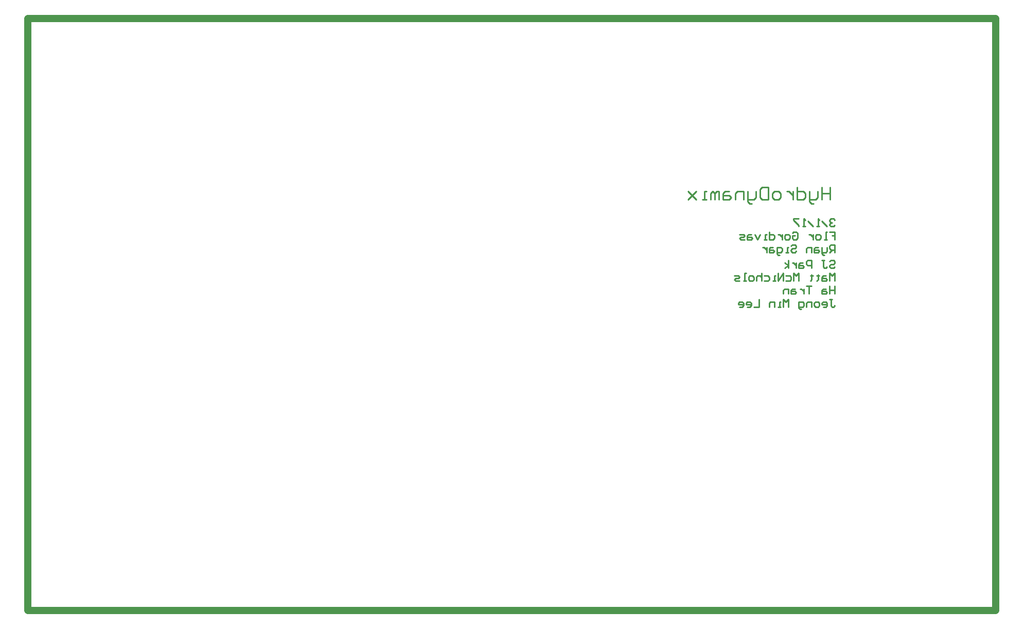
<source format=gbo>
%FSTAX23Y23*%
%MOIN*%
%SFA1B1*%

%IPPOS*%
%ADD24C,0.010000*%
%ADD25C,0.047240*%
%LNhanc_analog-1*%
%LPD*%
G54D24*
X06226Y03529D02*
X06217Y03538D01*
X06201*
X06192Y03529*
Y03521*
X06201Y03513*
X06209*
X06201*
X06192Y03504*
Y03496*
X06201Y03488*
X06217*
X06226Y03496*
X06176Y03488D02*
X06142Y03521D01*
X06126Y03488D02*
X06109D01*
X06117*
Y03538*
X06126Y03529*
X06084Y03488D02*
X06051Y03521D01*
X06034Y03488D02*
X06017D01*
X06026*
Y03538*
X06034Y03529*
X05992Y03538D02*
X05959D01*
Y03529*
X05992Y03496*
Y03488*
X06192Y03454D02*
X06226D01*
Y03429*
X06209*
X06226*
Y03404*
X06176D02*
X06159D01*
X06167*
Y03454*
X06176*
X06126Y03404D02*
X06109D01*
X06101Y03412*
Y03429*
X06109Y03437*
X06126*
X06134Y03429*
Y03412*
X06126Y03404*
X06084Y03437D02*
Y03404D01*
Y0342*
X06076Y03429*
X06067Y03437*
X06059*
X05951Y03445D02*
X05959Y03454D01*
X05976*
X05984Y03445*
Y03412*
X05976Y03404*
X05959*
X05951Y03412*
Y03429*
X05967*
X05926Y03404D02*
X05909D01*
X05901Y03412*
Y03429*
X05909Y03437*
X05926*
X05934Y03429*
Y03412*
X05926Y03404*
X05884Y03437D02*
Y03404D01*
Y0342*
X05876Y03429*
X05867Y03437*
X05859*
X05801Y03454D02*
Y03404D01*
X05826*
X05834Y03412*
Y03429*
X05826Y03437*
X05801*
X05784Y03404D02*
X05767D01*
X05776*
Y03437*
X05784*
X05742D02*
X05726Y03404D01*
X05709Y03437*
X05684D02*
X05667D01*
X05659Y03429*
Y03404*
X05684*
X05692Y03412*
X05684Y0342*
X05659*
X05642Y03404D02*
X05617D01*
X05609Y03412*
X05617Y0342*
X05634*
X05642Y03429*
X05634Y03437*
X05609*
X06226Y0332D02*
Y0337D01*
X06201*
X06192Y03361*
Y03345*
X06201Y03336*
X06226*
X06209D02*
X06192Y0332D01*
X06176Y03353D02*
Y03328D01*
X06167Y0332*
X06142*
Y03311*
X06151Y03303*
X06159*
X06142Y0332D02*
Y03353D01*
X06117D02*
X06101D01*
X06092Y03345*
Y0332*
X06117*
X06126Y03328*
X06117Y03336*
X06092*
X06076Y0332D02*
Y03353D01*
X06051*
X06042Y03345*
Y0332*
X05942Y03361D02*
X05951Y0337D01*
X05967*
X05976Y03361*
Y03353*
X05967Y03345*
X05951*
X05942Y03336*
Y03328*
X05951Y0332*
X05967*
X05976Y03328*
X05926Y0332D02*
X05909D01*
X05917*
Y03353*
X05926*
X05867Y03303D02*
X05859D01*
X05851Y03311*
Y03353*
X05876*
X05884Y03345*
Y03328*
X05876Y0332*
X05851*
X05826Y03353D02*
X05809D01*
X05801Y03345*
Y0332*
X05826*
X05834Y03328*
X05826Y03336*
X05801*
X05784Y03353D02*
Y0332D01*
Y03336*
X05776Y03345*
X05767Y03353*
X05759*
X06192Y03261D02*
X06201Y03269D01*
X06217*
X06226Y03261*
Y03252*
X06217Y03244*
X06201*
X06192Y03236*
Y03227*
X06201Y03219*
X06217*
X06226Y03227*
X06142Y03269D02*
X06159D01*
X06151*
Y03227*
X06159Y03219*
X06167*
X06176Y03227*
X06076Y03219D02*
Y03269D01*
X06051*
X06042Y03261*
Y03244*
X06051Y03236*
X06076*
X06017Y03252D02*
X06001D01*
X05992Y03244*
Y03219*
X06017*
X06026Y03227*
X06017Y03236*
X05992*
X05976Y03252D02*
Y03219D01*
Y03236*
X05967Y03244*
X05959Y03252*
X05951*
X05926Y03219D02*
Y03269D01*
Y03236D02*
X05901Y03252D01*
X05926Y03236D02*
X05901Y03219D01*
X06226Y03135D02*
Y03185D01*
X06209Y03168*
X06192Y03185*
Y03135*
X06167Y03168D02*
X06151D01*
X06142Y0316*
Y03135*
X06167*
X06176Y03143*
X06167Y03152*
X06142*
X06117Y03177D02*
Y03168D01*
X06126*
X06109*
X06117*
Y03143*
X06109Y03135*
X06076Y03177D02*
Y03168D01*
X06084*
X06067*
X06076*
Y03143*
X06067Y03135*
X05992D02*
Y03185D01*
X05976Y03168*
X05959Y03185*
Y03135*
X05909Y03168D02*
X05934D01*
X05942Y0316*
Y03143*
X05934Y03135*
X05909*
X05892D02*
Y03185D01*
X05859Y03135*
Y03185*
X05842Y03135D02*
X05826D01*
X05834*
Y03168*
X05842*
X05767D02*
X05792D01*
X05801Y0316*
Y03143*
X05792Y03135*
X05767*
X05751Y03185D02*
Y03135D01*
Y0316*
X05742Y03168*
X05726*
X05717Y0316*
Y03135*
X05692D02*
X05676D01*
X05667Y03143*
Y0316*
X05676Y03168*
X05692*
X05701Y0316*
Y03143*
X05692Y03135*
X05651D02*
X05634D01*
X05642*
Y03185*
X05651*
X05609Y03135D02*
X05584D01*
X05576Y03143*
X05584Y03152*
X05601*
X05609Y0316*
X05601Y03168*
X05576*
X06226Y03101D02*
Y03051D01*
Y03076*
X06192*
Y03101*
Y03051*
X06167Y03084D02*
X06151D01*
X06142Y03076*
Y03051*
X06167*
X06176Y03059*
X06167Y03068*
X06142*
X06076Y03101D02*
X06042D01*
X06059*
Y03051*
X06026Y03084D02*
Y03051D01*
Y03068*
X06017Y03076*
X06009Y03084*
X06001*
X05967D02*
X05951D01*
X05942Y03076*
Y03051*
X05967*
X05976Y03059*
X05967Y03068*
X05942*
X05926Y03051D02*
Y03084D01*
X05901*
X05892Y03076*
Y03051*
X06192Y03017D02*
X06209D01*
X06201*
Y02975*
X06209Y02967*
X06217*
X06226Y02975*
X06151Y02967D02*
X06167D01*
X06176Y02975*
Y02992*
X06167Y03*
X06151*
X06142Y02992*
Y02984*
X06176*
X06117Y02967D02*
X06101D01*
X06092Y02975*
Y02992*
X06101Y03*
X06117*
X06126Y02992*
Y02975*
X06117Y02967*
X06076D02*
Y03D01*
X06051*
X06042Y02992*
Y02967*
X06009Y02951D02*
X06001D01*
X05992Y02959*
Y03*
X06017*
X06026Y02992*
Y02975*
X06017Y02967*
X05992*
X05926D02*
Y03017D01*
X05909Y03*
X05892Y03017*
Y02967*
X05876D02*
X05859D01*
X05867*
Y03*
X05876*
X05834Y02967D02*
Y03D01*
X05809*
X05801Y02992*
Y02967*
X05734Y03017D02*
Y02967D01*
X05701*
X05659D02*
X05676D01*
X05684Y02975*
Y02992*
X05676Y03*
X05659*
X05651Y02992*
Y02984*
X05684*
X05609Y02967D02*
X05626D01*
X05634Y02975*
Y02992*
X05626Y03*
X05609*
X05601Y02992*
Y02984*
X05634*
X06196Y03743D02*
Y03664D01*
Y03703*
X06142*
Y03743*
Y03664*
X06116Y03717D02*
Y03677D01*
X06102Y03664*
X06062*
Y0365*
X06076Y03637*
X06089*
X06062Y03664D02*
Y03717D01*
X05982Y03743D02*
Y03664D01*
X06022*
X06036Y03677*
Y03703*
X06022Y03717*
X05982*
X05956D02*
Y03664D01*
Y0369*
X05942Y03703*
X05929Y03717*
X05916*
X05862Y03664D02*
X05836D01*
X05822Y03677*
Y03703*
X05836Y03717*
X05862*
X05876Y03703*
Y03677*
X05862Y03664*
X05796Y03743D02*
Y03664D01*
X05756*
X05742Y03677*
Y0373*
X05756Y03743*
X05796*
X05716Y03717D02*
Y03677D01*
X05702Y03664*
X05662*
Y0365*
X05676Y03637*
X05689*
X05662Y03664D02*
Y03717D01*
X05636Y03664D02*
Y03717D01*
X05596*
X05582Y03703*
Y03664*
X05542Y03717D02*
X05516D01*
X05502Y03703*
Y03664*
X05542*
X05556Y03677*
X05542Y0369*
X05502*
X05476Y03664D02*
Y03717D01*
X05462*
X05449Y03703*
Y03664*
Y03703*
X05436Y03717*
X05422Y03703*
Y03664*
X05396D02*
X05369D01*
X05382*
Y03717*
X05396*
X05329D02*
X05276Y03664D01*
X05302Y0369*
X05276Y03717*
X05329Y03664*
G54D25*
X01Y01D02*
X0727D01*
Y04835*
X01D02*
X0727D01*
X01Y01D02*
Y04835D01*
M02*
</source>
